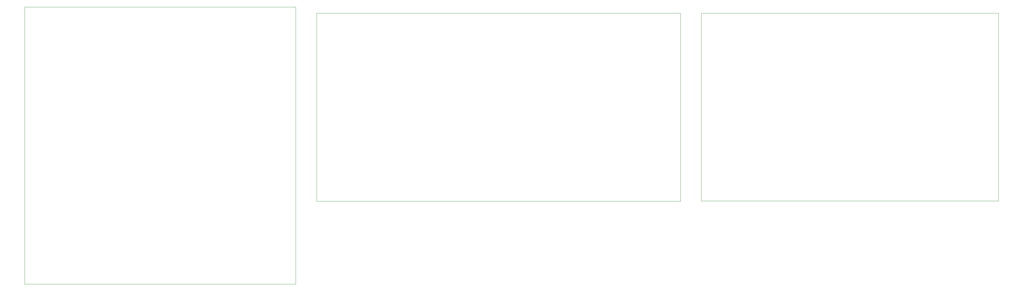
<source format=gm1>
G04 #@! TF.GenerationSoftware,KiCad,Pcbnew,7.0.2*
G04 #@! TF.CreationDate,2023-11-30T17:18:32+01:00*
G04 #@! TF.ProjectId,mhk,6d686b2e-6b69-4636-9164-5f7063625858,rev?*
G04 #@! TF.SameCoordinates,Original*
G04 #@! TF.FileFunction,Profile,NP*
%FSLAX46Y46*%
G04 Gerber Fmt 4.6, Leading zero omitted, Abs format (unit mm)*
G04 Created by KiCad (PCBNEW 7.0.2) date 2023-11-30 17:18:32*
%MOMM*%
%LPD*%
G01*
G04 APERTURE LIST*
G04 #@! TA.AperFunction,Profile*
%ADD10C,0.100000*%
G04 #@! TD*
G04 APERTURE END LIST*
D10*
X51502000Y-64150000D02*
X133642000Y-64150000D01*
X133642000Y-148150000D01*
X51502000Y-148150000D01*
X51502000Y-64150000D01*
X256620250Y-65972000D02*
X346620250Y-65972000D01*
X346620250Y-122972000D01*
X256620250Y-122972000D01*
X256620250Y-65972000D01*
X140000000Y-66000000D02*
X250259232Y-66000000D01*
X250259232Y-123000000D01*
X140000000Y-123000000D01*
X140000000Y-66000000D01*
M02*

</source>
